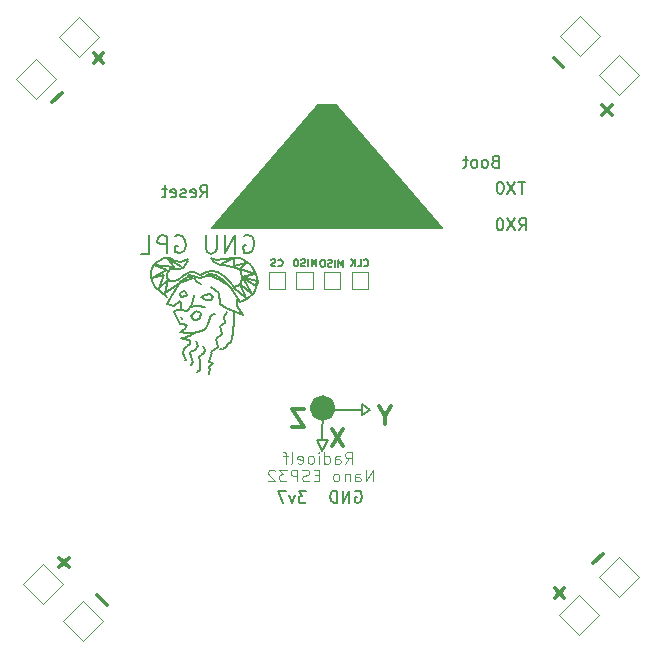
<source format=gbr>
%TF.GenerationSoftware,KiCad,Pcbnew,9.0.0-9.0.0-2~ubuntu22.04.1*%
%TF.CreationDate,2025-03-12T10:46:36+01:00*%
%TF.ProjectId,nano_drone,6e616e6f-5f64-4726-9f6e-652e6b696361,rev?*%
%TF.SameCoordinates,Original*%
%TF.FileFunction,Legend,Bot*%
%TF.FilePolarity,Positive*%
%FSLAX46Y46*%
G04 Gerber Fmt 4.6, Leading zero omitted, Abs format (unit mm)*
G04 Created by KiCad (PCBNEW 9.0.0-9.0.0-2~ubuntu22.04.1) date 2025-03-12 10:46:36*
%MOMM*%
%LPD*%
G01*
G04 APERTURE LIST*
%ADD10C,0.200000*%
%ADD11C,1.100000*%
%ADD12C,0.100000*%
%ADD13C,0.300000*%
%ADD14C,0.150000*%
%ADD15C,0.120000*%
G04 APERTURE END LIST*
D10*
X158570192Y-91885255D02*
X139070192Y-91885255D01*
X148070192Y-81485255D01*
X149570192Y-81485255D01*
X158570192Y-91885255D01*
G36*
X158570192Y-91885255D02*
G01*
X139070192Y-91885255D01*
X148070192Y-81485255D01*
X149570192Y-81485255D01*
X158570192Y-91885255D01*
G37*
X148394360Y-109816071D02*
X147954360Y-109816071D01*
D11*
X148994360Y-107106071D02*
G75*
G02*
X147894360Y-107106071I-550000J0D01*
G01*
X147894360Y-107106071D02*
G75*
G02*
X148994360Y-107106071I550000J0D01*
G01*
D10*
X148546860Y-107232321D02*
X151681860Y-107239821D01*
X151744360Y-107246071D02*
X151744360Y-107706071D01*
X152479360Y-107231071D02*
X151749360Y-106761071D01*
X148414360Y-109816071D02*
X148934360Y-109806071D01*
X151744360Y-106766071D02*
X151744360Y-107246071D01*
X148424360Y-109816071D02*
X148444360Y-107106071D01*
X148409360Y-110731071D02*
X148934360Y-109806071D01*
X151749360Y-107701071D02*
X152479360Y-107231071D01*
X147954360Y-109816071D02*
X148399360Y-110736071D01*
D12*
X152680475Y-113318490D02*
X152680475Y-112318490D01*
X152680475Y-112318490D02*
X152109047Y-113318490D01*
X152109047Y-113318490D02*
X152109047Y-112318490D01*
X151204285Y-113318490D02*
X151204285Y-112794680D01*
X151204285Y-112794680D02*
X151251904Y-112699442D01*
X151251904Y-112699442D02*
X151347142Y-112651823D01*
X151347142Y-112651823D02*
X151537618Y-112651823D01*
X151537618Y-112651823D02*
X151632856Y-112699442D01*
X151204285Y-113270871D02*
X151299523Y-113318490D01*
X151299523Y-113318490D02*
X151537618Y-113318490D01*
X151537618Y-113318490D02*
X151632856Y-113270871D01*
X151632856Y-113270871D02*
X151680475Y-113175632D01*
X151680475Y-113175632D02*
X151680475Y-113080394D01*
X151680475Y-113080394D02*
X151632856Y-112985156D01*
X151632856Y-112985156D02*
X151537618Y-112937537D01*
X151537618Y-112937537D02*
X151299523Y-112937537D01*
X151299523Y-112937537D02*
X151204285Y-112889918D01*
X150728094Y-112651823D02*
X150728094Y-113318490D01*
X150728094Y-112747061D02*
X150680475Y-112699442D01*
X150680475Y-112699442D02*
X150585237Y-112651823D01*
X150585237Y-112651823D02*
X150442380Y-112651823D01*
X150442380Y-112651823D02*
X150347142Y-112699442D01*
X150347142Y-112699442D02*
X150299523Y-112794680D01*
X150299523Y-112794680D02*
X150299523Y-113318490D01*
X149680475Y-113318490D02*
X149775713Y-113270871D01*
X149775713Y-113270871D02*
X149823332Y-113223251D01*
X149823332Y-113223251D02*
X149870951Y-113128013D01*
X149870951Y-113128013D02*
X149870951Y-112842299D01*
X149870951Y-112842299D02*
X149823332Y-112747061D01*
X149823332Y-112747061D02*
X149775713Y-112699442D01*
X149775713Y-112699442D02*
X149680475Y-112651823D01*
X149680475Y-112651823D02*
X149537618Y-112651823D01*
X149537618Y-112651823D02*
X149442380Y-112699442D01*
X149442380Y-112699442D02*
X149394761Y-112747061D01*
X149394761Y-112747061D02*
X149347142Y-112842299D01*
X149347142Y-112842299D02*
X149347142Y-113128013D01*
X149347142Y-113128013D02*
X149394761Y-113223251D01*
X149394761Y-113223251D02*
X149442380Y-113270871D01*
X149442380Y-113270871D02*
X149537618Y-113318490D01*
X149537618Y-113318490D02*
X149680475Y-113318490D01*
X148156665Y-112794680D02*
X147823332Y-112794680D01*
X147680475Y-113318490D02*
X148156665Y-113318490D01*
X148156665Y-113318490D02*
X148156665Y-112318490D01*
X148156665Y-112318490D02*
X147680475Y-112318490D01*
X147299522Y-113270871D02*
X147156665Y-113318490D01*
X147156665Y-113318490D02*
X146918570Y-113318490D01*
X146918570Y-113318490D02*
X146823332Y-113270871D01*
X146823332Y-113270871D02*
X146775713Y-113223251D01*
X146775713Y-113223251D02*
X146728094Y-113128013D01*
X146728094Y-113128013D02*
X146728094Y-113032775D01*
X146728094Y-113032775D02*
X146775713Y-112937537D01*
X146775713Y-112937537D02*
X146823332Y-112889918D01*
X146823332Y-112889918D02*
X146918570Y-112842299D01*
X146918570Y-112842299D02*
X147109046Y-112794680D01*
X147109046Y-112794680D02*
X147204284Y-112747061D01*
X147204284Y-112747061D02*
X147251903Y-112699442D01*
X147251903Y-112699442D02*
X147299522Y-112604204D01*
X147299522Y-112604204D02*
X147299522Y-112508966D01*
X147299522Y-112508966D02*
X147251903Y-112413728D01*
X147251903Y-112413728D02*
X147204284Y-112366109D01*
X147204284Y-112366109D02*
X147109046Y-112318490D01*
X147109046Y-112318490D02*
X146870951Y-112318490D01*
X146870951Y-112318490D02*
X146728094Y-112366109D01*
X146299522Y-113318490D02*
X146299522Y-112318490D01*
X146299522Y-112318490D02*
X145918570Y-112318490D01*
X145918570Y-112318490D02*
X145823332Y-112366109D01*
X145823332Y-112366109D02*
X145775713Y-112413728D01*
X145775713Y-112413728D02*
X145728094Y-112508966D01*
X145728094Y-112508966D02*
X145728094Y-112651823D01*
X145728094Y-112651823D02*
X145775713Y-112747061D01*
X145775713Y-112747061D02*
X145823332Y-112794680D01*
X145823332Y-112794680D02*
X145918570Y-112842299D01*
X145918570Y-112842299D02*
X146299522Y-112842299D01*
X145394760Y-112318490D02*
X144775713Y-112318490D01*
X144775713Y-112318490D02*
X145109046Y-112699442D01*
X145109046Y-112699442D02*
X144966189Y-112699442D01*
X144966189Y-112699442D02*
X144870951Y-112747061D01*
X144870951Y-112747061D02*
X144823332Y-112794680D01*
X144823332Y-112794680D02*
X144775713Y-112889918D01*
X144775713Y-112889918D02*
X144775713Y-113128013D01*
X144775713Y-113128013D02*
X144823332Y-113223251D01*
X144823332Y-113223251D02*
X144870951Y-113270871D01*
X144870951Y-113270871D02*
X144966189Y-113318490D01*
X144966189Y-113318490D02*
X145251903Y-113318490D01*
X145251903Y-113318490D02*
X145347141Y-113270871D01*
X145347141Y-113270871D02*
X145394760Y-113223251D01*
X144394760Y-112413728D02*
X144347141Y-112366109D01*
X144347141Y-112366109D02*
X144251903Y-112318490D01*
X144251903Y-112318490D02*
X144013808Y-112318490D01*
X144013808Y-112318490D02*
X143918570Y-112366109D01*
X143918570Y-112366109D02*
X143870951Y-112413728D01*
X143870951Y-112413728D02*
X143823332Y-112508966D01*
X143823332Y-112508966D02*
X143823332Y-112604204D01*
X143823332Y-112604204D02*
X143870951Y-112747061D01*
X143870951Y-112747061D02*
X144442379Y-113318490D01*
X144442379Y-113318490D02*
X143823332Y-113318490D01*
D13*
X146892706Y-107176899D02*
X145892706Y-107176899D01*
X145892706Y-107176899D02*
X146892706Y-108676899D01*
X146892706Y-108676899D02*
X145892706Y-108676899D01*
D12*
X150359047Y-111818490D02*
X150692380Y-111342299D01*
X150930475Y-111818490D02*
X150930475Y-110818490D01*
X150930475Y-110818490D02*
X150549523Y-110818490D01*
X150549523Y-110818490D02*
X150454285Y-110866109D01*
X150454285Y-110866109D02*
X150406666Y-110913728D01*
X150406666Y-110913728D02*
X150359047Y-111008966D01*
X150359047Y-111008966D02*
X150359047Y-111151823D01*
X150359047Y-111151823D02*
X150406666Y-111247061D01*
X150406666Y-111247061D02*
X150454285Y-111294680D01*
X150454285Y-111294680D02*
X150549523Y-111342299D01*
X150549523Y-111342299D02*
X150930475Y-111342299D01*
X149501904Y-111818490D02*
X149501904Y-111294680D01*
X149501904Y-111294680D02*
X149549523Y-111199442D01*
X149549523Y-111199442D02*
X149644761Y-111151823D01*
X149644761Y-111151823D02*
X149835237Y-111151823D01*
X149835237Y-111151823D02*
X149930475Y-111199442D01*
X149501904Y-111770871D02*
X149597142Y-111818490D01*
X149597142Y-111818490D02*
X149835237Y-111818490D01*
X149835237Y-111818490D02*
X149930475Y-111770871D01*
X149930475Y-111770871D02*
X149978094Y-111675632D01*
X149978094Y-111675632D02*
X149978094Y-111580394D01*
X149978094Y-111580394D02*
X149930475Y-111485156D01*
X149930475Y-111485156D02*
X149835237Y-111437537D01*
X149835237Y-111437537D02*
X149597142Y-111437537D01*
X149597142Y-111437537D02*
X149501904Y-111389918D01*
X148597142Y-111818490D02*
X148597142Y-110818490D01*
X148597142Y-111770871D02*
X148692380Y-111818490D01*
X148692380Y-111818490D02*
X148882856Y-111818490D01*
X148882856Y-111818490D02*
X148978094Y-111770871D01*
X148978094Y-111770871D02*
X149025713Y-111723251D01*
X149025713Y-111723251D02*
X149073332Y-111628013D01*
X149073332Y-111628013D02*
X149073332Y-111342299D01*
X149073332Y-111342299D02*
X149025713Y-111247061D01*
X149025713Y-111247061D02*
X148978094Y-111199442D01*
X148978094Y-111199442D02*
X148882856Y-111151823D01*
X148882856Y-111151823D02*
X148692380Y-111151823D01*
X148692380Y-111151823D02*
X148597142Y-111199442D01*
X148120951Y-111818490D02*
X148120951Y-111151823D01*
X148120951Y-110818490D02*
X148168570Y-110866109D01*
X148168570Y-110866109D02*
X148120951Y-110913728D01*
X148120951Y-110913728D02*
X148073332Y-110866109D01*
X148073332Y-110866109D02*
X148120951Y-110818490D01*
X148120951Y-110818490D02*
X148120951Y-110913728D01*
X147501904Y-111818490D02*
X147597142Y-111770871D01*
X147597142Y-111770871D02*
X147644761Y-111723251D01*
X147644761Y-111723251D02*
X147692380Y-111628013D01*
X147692380Y-111628013D02*
X147692380Y-111342299D01*
X147692380Y-111342299D02*
X147644761Y-111247061D01*
X147644761Y-111247061D02*
X147597142Y-111199442D01*
X147597142Y-111199442D02*
X147501904Y-111151823D01*
X147501904Y-111151823D02*
X147359047Y-111151823D01*
X147359047Y-111151823D02*
X147263809Y-111199442D01*
X147263809Y-111199442D02*
X147216190Y-111247061D01*
X147216190Y-111247061D02*
X147168571Y-111342299D01*
X147168571Y-111342299D02*
X147168571Y-111628013D01*
X147168571Y-111628013D02*
X147216190Y-111723251D01*
X147216190Y-111723251D02*
X147263809Y-111770871D01*
X147263809Y-111770871D02*
X147359047Y-111818490D01*
X147359047Y-111818490D02*
X147501904Y-111818490D01*
X146359047Y-111770871D02*
X146454285Y-111818490D01*
X146454285Y-111818490D02*
X146644761Y-111818490D01*
X146644761Y-111818490D02*
X146739999Y-111770871D01*
X146739999Y-111770871D02*
X146787618Y-111675632D01*
X146787618Y-111675632D02*
X146787618Y-111294680D01*
X146787618Y-111294680D02*
X146739999Y-111199442D01*
X146739999Y-111199442D02*
X146644761Y-111151823D01*
X146644761Y-111151823D02*
X146454285Y-111151823D01*
X146454285Y-111151823D02*
X146359047Y-111199442D01*
X146359047Y-111199442D02*
X146311428Y-111294680D01*
X146311428Y-111294680D02*
X146311428Y-111389918D01*
X146311428Y-111389918D02*
X146787618Y-111485156D01*
X145739999Y-111818490D02*
X145835237Y-111770871D01*
X145835237Y-111770871D02*
X145882856Y-111675632D01*
X145882856Y-111675632D02*
X145882856Y-110818490D01*
X145501903Y-111151823D02*
X145120951Y-111151823D01*
X145359046Y-111818490D02*
X145359046Y-110961347D01*
X145359046Y-110961347D02*
X145311427Y-110866109D01*
X145311427Y-110866109D02*
X145216189Y-110818490D01*
X145216189Y-110818490D02*
X145120951Y-110818490D01*
D14*
X147024835Y-114150890D02*
X146405788Y-114150890D01*
X146405788Y-114150890D02*
X146739121Y-114531842D01*
X146739121Y-114531842D02*
X146596264Y-114531842D01*
X146596264Y-114531842D02*
X146501026Y-114579461D01*
X146501026Y-114579461D02*
X146453407Y-114627080D01*
X146453407Y-114627080D02*
X146405788Y-114722318D01*
X146405788Y-114722318D02*
X146405788Y-114960413D01*
X146405788Y-114960413D02*
X146453407Y-115055651D01*
X146453407Y-115055651D02*
X146501026Y-115103271D01*
X146501026Y-115103271D02*
X146596264Y-115150890D01*
X146596264Y-115150890D02*
X146881978Y-115150890D01*
X146881978Y-115150890D02*
X146977216Y-115103271D01*
X146977216Y-115103271D02*
X147024835Y-115055651D01*
X146072454Y-114484223D02*
X145834359Y-115150890D01*
X145834359Y-115150890D02*
X145596264Y-114484223D01*
X145310549Y-114150890D02*
X144643883Y-114150890D01*
X144643883Y-114150890D02*
X145072454Y-115150890D01*
X165572454Y-87950890D02*
X165001026Y-87950890D01*
X165286740Y-88950890D02*
X165286740Y-87950890D01*
X164762930Y-87950890D02*
X164096264Y-88950890D01*
X164096264Y-87950890D02*
X164762930Y-88950890D01*
X163524835Y-87950890D02*
X163429597Y-87950890D01*
X163429597Y-87950890D02*
X163334359Y-87998509D01*
X163334359Y-87998509D02*
X163286740Y-88046128D01*
X163286740Y-88046128D02*
X163239121Y-88141366D01*
X163239121Y-88141366D02*
X163191502Y-88331842D01*
X163191502Y-88331842D02*
X163191502Y-88569937D01*
X163191502Y-88569937D02*
X163239121Y-88760413D01*
X163239121Y-88760413D02*
X163286740Y-88855651D01*
X163286740Y-88855651D02*
X163334359Y-88903271D01*
X163334359Y-88903271D02*
X163429597Y-88950890D01*
X163429597Y-88950890D02*
X163524835Y-88950890D01*
X163524835Y-88950890D02*
X163620073Y-88903271D01*
X163620073Y-88903271D02*
X163667692Y-88855651D01*
X163667692Y-88855651D02*
X163715311Y-88760413D01*
X163715311Y-88760413D02*
X163762930Y-88569937D01*
X163762930Y-88569937D02*
X163762930Y-88331842D01*
X163762930Y-88331842D02*
X163715311Y-88141366D01*
X163715311Y-88141366D02*
X163667692Y-88046128D01*
X163667692Y-88046128D02*
X163620073Y-87998509D01*
X163620073Y-87998509D02*
X163524835Y-87950890D01*
D13*
X150212706Y-108846899D02*
X149212706Y-110346899D01*
X149212706Y-108846899D02*
X150212706Y-110346899D01*
X172947365Y-81443272D02*
X172139243Y-82251394D01*
X172947365Y-82251394D02*
X172139243Y-81443272D01*
X168031561Y-77433065D02*
X168839683Y-78241187D01*
X129872365Y-77043272D02*
X129064243Y-77851394D01*
X129872365Y-77851394D02*
X129064243Y-77043272D01*
X126347365Y-80418272D02*
X125539243Y-81226394D01*
X129381561Y-122933065D02*
X130189683Y-123741187D01*
X153734134Y-107732613D02*
X153734134Y-108446899D01*
X154234134Y-106946899D02*
X153734134Y-107732613D01*
X153734134Y-107732613D02*
X153234134Y-106946899D01*
X168897365Y-122368272D02*
X168089243Y-123176394D01*
X168897365Y-123176394D02*
X168089243Y-122368272D01*
D14*
X165077217Y-92050890D02*
X165410550Y-91574699D01*
X165648645Y-92050890D02*
X165648645Y-91050890D01*
X165648645Y-91050890D02*
X165267693Y-91050890D01*
X165267693Y-91050890D02*
X165172455Y-91098509D01*
X165172455Y-91098509D02*
X165124836Y-91146128D01*
X165124836Y-91146128D02*
X165077217Y-91241366D01*
X165077217Y-91241366D02*
X165077217Y-91384223D01*
X165077217Y-91384223D02*
X165124836Y-91479461D01*
X165124836Y-91479461D02*
X165172455Y-91527080D01*
X165172455Y-91527080D02*
X165267693Y-91574699D01*
X165267693Y-91574699D02*
X165648645Y-91574699D01*
X164743883Y-91050890D02*
X164077217Y-92050890D01*
X164077217Y-91050890D02*
X164743883Y-92050890D01*
X163505788Y-91050890D02*
X163410550Y-91050890D01*
X163410550Y-91050890D02*
X163315312Y-91098509D01*
X163315312Y-91098509D02*
X163267693Y-91146128D01*
X163267693Y-91146128D02*
X163220074Y-91241366D01*
X163220074Y-91241366D02*
X163172455Y-91431842D01*
X163172455Y-91431842D02*
X163172455Y-91669937D01*
X163172455Y-91669937D02*
X163220074Y-91860413D01*
X163220074Y-91860413D02*
X163267693Y-91955651D01*
X163267693Y-91955651D02*
X163315312Y-92003271D01*
X163315312Y-92003271D02*
X163410550Y-92050890D01*
X163410550Y-92050890D02*
X163505788Y-92050890D01*
X163505788Y-92050890D02*
X163601026Y-92003271D01*
X163601026Y-92003271D02*
X163648645Y-91955651D01*
X163648645Y-91955651D02*
X163696264Y-91860413D01*
X163696264Y-91860413D02*
X163743883Y-91669937D01*
X163743883Y-91669937D02*
X163743883Y-91431842D01*
X163743883Y-91431842D02*
X163696264Y-91241366D01*
X163696264Y-91241366D02*
X163648645Y-91146128D01*
X163648645Y-91146128D02*
X163601026Y-91098509D01*
X163601026Y-91098509D02*
X163505788Y-91050890D01*
X163053407Y-86227080D02*
X162910550Y-86274699D01*
X162910550Y-86274699D02*
X162862931Y-86322318D01*
X162862931Y-86322318D02*
X162815312Y-86417556D01*
X162815312Y-86417556D02*
X162815312Y-86560413D01*
X162815312Y-86560413D02*
X162862931Y-86655651D01*
X162862931Y-86655651D02*
X162910550Y-86703271D01*
X162910550Y-86703271D02*
X163005788Y-86750890D01*
X163005788Y-86750890D02*
X163386740Y-86750890D01*
X163386740Y-86750890D02*
X163386740Y-85750890D01*
X163386740Y-85750890D02*
X163053407Y-85750890D01*
X163053407Y-85750890D02*
X162958169Y-85798509D01*
X162958169Y-85798509D02*
X162910550Y-85846128D01*
X162910550Y-85846128D02*
X162862931Y-85941366D01*
X162862931Y-85941366D02*
X162862931Y-86036604D01*
X162862931Y-86036604D02*
X162910550Y-86131842D01*
X162910550Y-86131842D02*
X162958169Y-86179461D01*
X162958169Y-86179461D02*
X163053407Y-86227080D01*
X163053407Y-86227080D02*
X163386740Y-86227080D01*
X162243883Y-86750890D02*
X162339121Y-86703271D01*
X162339121Y-86703271D02*
X162386740Y-86655651D01*
X162386740Y-86655651D02*
X162434359Y-86560413D01*
X162434359Y-86560413D02*
X162434359Y-86274699D01*
X162434359Y-86274699D02*
X162386740Y-86179461D01*
X162386740Y-86179461D02*
X162339121Y-86131842D01*
X162339121Y-86131842D02*
X162243883Y-86084223D01*
X162243883Y-86084223D02*
X162101026Y-86084223D01*
X162101026Y-86084223D02*
X162005788Y-86131842D01*
X162005788Y-86131842D02*
X161958169Y-86179461D01*
X161958169Y-86179461D02*
X161910550Y-86274699D01*
X161910550Y-86274699D02*
X161910550Y-86560413D01*
X161910550Y-86560413D02*
X161958169Y-86655651D01*
X161958169Y-86655651D02*
X162005788Y-86703271D01*
X162005788Y-86703271D02*
X162101026Y-86750890D01*
X162101026Y-86750890D02*
X162243883Y-86750890D01*
X161339121Y-86750890D02*
X161434359Y-86703271D01*
X161434359Y-86703271D02*
X161481978Y-86655651D01*
X161481978Y-86655651D02*
X161529597Y-86560413D01*
X161529597Y-86560413D02*
X161529597Y-86274699D01*
X161529597Y-86274699D02*
X161481978Y-86179461D01*
X161481978Y-86179461D02*
X161434359Y-86131842D01*
X161434359Y-86131842D02*
X161339121Y-86084223D01*
X161339121Y-86084223D02*
X161196264Y-86084223D01*
X161196264Y-86084223D02*
X161101026Y-86131842D01*
X161101026Y-86131842D02*
X161053407Y-86179461D01*
X161053407Y-86179461D02*
X161005788Y-86274699D01*
X161005788Y-86274699D02*
X161005788Y-86560413D01*
X161005788Y-86560413D02*
X161053407Y-86655651D01*
X161053407Y-86655651D02*
X161101026Y-86703271D01*
X161101026Y-86703271D02*
X161196264Y-86750890D01*
X161196264Y-86750890D02*
X161339121Y-86750890D01*
X160720073Y-86084223D02*
X160339121Y-86084223D01*
X160577216Y-85750890D02*
X160577216Y-86608032D01*
X160577216Y-86608032D02*
X160529597Y-86703271D01*
X160529597Y-86703271D02*
X160434359Y-86750890D01*
X160434359Y-86750890D02*
X160339121Y-86750890D01*
D13*
X172147365Y-119443272D02*
X171339243Y-120251394D01*
D14*
X151196264Y-114148509D02*
X151291502Y-114100890D01*
X151291502Y-114100890D02*
X151434359Y-114100890D01*
X151434359Y-114100890D02*
X151577216Y-114148509D01*
X151577216Y-114148509D02*
X151672454Y-114243747D01*
X151672454Y-114243747D02*
X151720073Y-114338985D01*
X151720073Y-114338985D02*
X151767692Y-114529461D01*
X151767692Y-114529461D02*
X151767692Y-114672318D01*
X151767692Y-114672318D02*
X151720073Y-114862794D01*
X151720073Y-114862794D02*
X151672454Y-114958032D01*
X151672454Y-114958032D02*
X151577216Y-115053271D01*
X151577216Y-115053271D02*
X151434359Y-115100890D01*
X151434359Y-115100890D02*
X151339121Y-115100890D01*
X151339121Y-115100890D02*
X151196264Y-115053271D01*
X151196264Y-115053271D02*
X151148645Y-115005651D01*
X151148645Y-115005651D02*
X151148645Y-114672318D01*
X151148645Y-114672318D02*
X151339121Y-114672318D01*
X150720073Y-115100890D02*
X150720073Y-114100890D01*
X150720073Y-114100890D02*
X150148645Y-115100890D01*
X150148645Y-115100890D02*
X150148645Y-114100890D01*
X149672454Y-115100890D02*
X149672454Y-114100890D01*
X149672454Y-114100890D02*
X149434359Y-114100890D01*
X149434359Y-114100890D02*
X149291502Y-114148509D01*
X149291502Y-114148509D02*
X149196264Y-114243747D01*
X149196264Y-114243747D02*
X149148645Y-114338985D01*
X149148645Y-114338985D02*
X149101026Y-114529461D01*
X149101026Y-114529461D02*
X149101026Y-114672318D01*
X149101026Y-114672318D02*
X149148645Y-114862794D01*
X149148645Y-114862794D02*
X149196264Y-114958032D01*
X149196264Y-114958032D02*
X149291502Y-115053271D01*
X149291502Y-115053271D02*
X149434359Y-115100890D01*
X149434359Y-115100890D02*
X149672454Y-115100890D01*
D13*
X126972365Y-119793272D02*
X126164243Y-120601394D01*
X126972365Y-120601394D02*
X126164243Y-119793272D01*
D14*
X138076133Y-89251212D02*
X138409466Y-88775021D01*
X138647561Y-89251212D02*
X138647561Y-88251212D01*
X138647561Y-88251212D02*
X138266609Y-88251212D01*
X138266609Y-88251212D02*
X138171371Y-88298831D01*
X138171371Y-88298831D02*
X138123752Y-88346450D01*
X138123752Y-88346450D02*
X138076133Y-88441688D01*
X138076133Y-88441688D02*
X138076133Y-88584545D01*
X138076133Y-88584545D02*
X138123752Y-88679783D01*
X138123752Y-88679783D02*
X138171371Y-88727402D01*
X138171371Y-88727402D02*
X138266609Y-88775021D01*
X138266609Y-88775021D02*
X138647561Y-88775021D01*
X137266609Y-89203593D02*
X137361847Y-89251212D01*
X137361847Y-89251212D02*
X137552323Y-89251212D01*
X137552323Y-89251212D02*
X137647561Y-89203593D01*
X137647561Y-89203593D02*
X137695180Y-89108354D01*
X137695180Y-89108354D02*
X137695180Y-88727402D01*
X137695180Y-88727402D02*
X137647561Y-88632164D01*
X137647561Y-88632164D02*
X137552323Y-88584545D01*
X137552323Y-88584545D02*
X137361847Y-88584545D01*
X137361847Y-88584545D02*
X137266609Y-88632164D01*
X137266609Y-88632164D02*
X137218990Y-88727402D01*
X137218990Y-88727402D02*
X137218990Y-88822640D01*
X137218990Y-88822640D02*
X137695180Y-88917878D01*
X136838037Y-89203593D02*
X136742799Y-89251212D01*
X136742799Y-89251212D02*
X136552323Y-89251212D01*
X136552323Y-89251212D02*
X136457085Y-89203593D01*
X136457085Y-89203593D02*
X136409466Y-89108354D01*
X136409466Y-89108354D02*
X136409466Y-89060735D01*
X136409466Y-89060735D02*
X136457085Y-88965497D01*
X136457085Y-88965497D02*
X136552323Y-88917878D01*
X136552323Y-88917878D02*
X136695180Y-88917878D01*
X136695180Y-88917878D02*
X136790418Y-88870259D01*
X136790418Y-88870259D02*
X136838037Y-88775021D01*
X136838037Y-88775021D02*
X136838037Y-88727402D01*
X136838037Y-88727402D02*
X136790418Y-88632164D01*
X136790418Y-88632164D02*
X136695180Y-88584545D01*
X136695180Y-88584545D02*
X136552323Y-88584545D01*
X136552323Y-88584545D02*
X136457085Y-88632164D01*
X135599942Y-89203593D02*
X135695180Y-89251212D01*
X135695180Y-89251212D02*
X135885656Y-89251212D01*
X135885656Y-89251212D02*
X135980894Y-89203593D01*
X135980894Y-89203593D02*
X136028513Y-89108354D01*
X136028513Y-89108354D02*
X136028513Y-88727402D01*
X136028513Y-88727402D02*
X135980894Y-88632164D01*
X135980894Y-88632164D02*
X135885656Y-88584545D01*
X135885656Y-88584545D02*
X135695180Y-88584545D01*
X135695180Y-88584545D02*
X135599942Y-88632164D01*
X135599942Y-88632164D02*
X135552323Y-88727402D01*
X135552323Y-88727402D02*
X135552323Y-88822640D01*
X135552323Y-88822640D02*
X136028513Y-88917878D01*
X135266608Y-88584545D02*
X134885656Y-88584545D01*
X135123751Y-88251212D02*
X135123751Y-89108354D01*
X135123751Y-89108354D02*
X135076132Y-89203593D01*
X135076132Y-89203593D02*
X134980894Y-89251212D01*
X134980894Y-89251212D02*
X134885656Y-89251212D01*
X147912216Y-95110842D02*
X147912216Y-94510842D01*
X147912216Y-94510842D02*
X147712216Y-94939413D01*
X147712216Y-94939413D02*
X147512216Y-94510842D01*
X147512216Y-94510842D02*
X147512216Y-95110842D01*
X147226502Y-95110842D02*
X147226502Y-94510842D01*
X146969360Y-95082271D02*
X146883646Y-95110842D01*
X146883646Y-95110842D02*
X146740788Y-95110842D01*
X146740788Y-95110842D02*
X146683646Y-95082271D01*
X146683646Y-95082271D02*
X146655074Y-95053699D01*
X146655074Y-95053699D02*
X146626503Y-94996556D01*
X146626503Y-94996556D02*
X146626503Y-94939413D01*
X146626503Y-94939413D02*
X146655074Y-94882271D01*
X146655074Y-94882271D02*
X146683646Y-94853699D01*
X146683646Y-94853699D02*
X146740788Y-94825128D01*
X146740788Y-94825128D02*
X146855074Y-94796556D01*
X146855074Y-94796556D02*
X146912217Y-94767985D01*
X146912217Y-94767985D02*
X146940788Y-94739413D01*
X146940788Y-94739413D02*
X146969360Y-94682271D01*
X146969360Y-94682271D02*
X146969360Y-94625128D01*
X146969360Y-94625128D02*
X146940788Y-94567985D01*
X146940788Y-94567985D02*
X146912217Y-94539413D01*
X146912217Y-94539413D02*
X146855074Y-94510842D01*
X146855074Y-94510842D02*
X146712217Y-94510842D01*
X146712217Y-94510842D02*
X146626503Y-94539413D01*
X146255074Y-94510842D02*
X146140788Y-94510842D01*
X146140788Y-94510842D02*
X146083645Y-94539413D01*
X146083645Y-94539413D02*
X146026502Y-94596556D01*
X146026502Y-94596556D02*
X145997931Y-94710842D01*
X145997931Y-94710842D02*
X145997931Y-94910842D01*
X145997931Y-94910842D02*
X146026502Y-95025128D01*
X146026502Y-95025128D02*
X146083645Y-95082271D01*
X146083645Y-95082271D02*
X146140788Y-95110842D01*
X146140788Y-95110842D02*
X146255074Y-95110842D01*
X146255074Y-95110842D02*
X146312217Y-95082271D01*
X146312217Y-95082271D02*
X146369359Y-95025128D01*
X146369359Y-95025128D02*
X146397931Y-94910842D01*
X146397931Y-94910842D02*
X146397931Y-94710842D01*
X146397931Y-94710842D02*
X146369359Y-94596556D01*
X146369359Y-94596556D02*
X146312217Y-94539413D01*
X146312217Y-94539413D02*
X146255074Y-94510842D01*
X150167216Y-95125842D02*
X150167216Y-94525842D01*
X150167216Y-94525842D02*
X149967216Y-94954413D01*
X149967216Y-94954413D02*
X149767216Y-94525842D01*
X149767216Y-94525842D02*
X149767216Y-95125842D01*
X149481502Y-95125842D02*
X149481502Y-94525842D01*
X149224360Y-95097271D02*
X149138646Y-95125842D01*
X149138646Y-95125842D02*
X148995788Y-95125842D01*
X148995788Y-95125842D02*
X148938646Y-95097271D01*
X148938646Y-95097271D02*
X148910074Y-95068699D01*
X148910074Y-95068699D02*
X148881503Y-95011556D01*
X148881503Y-95011556D02*
X148881503Y-94954413D01*
X148881503Y-94954413D02*
X148910074Y-94897271D01*
X148910074Y-94897271D02*
X148938646Y-94868699D01*
X148938646Y-94868699D02*
X148995788Y-94840128D01*
X148995788Y-94840128D02*
X149110074Y-94811556D01*
X149110074Y-94811556D02*
X149167217Y-94782985D01*
X149167217Y-94782985D02*
X149195788Y-94754413D01*
X149195788Y-94754413D02*
X149224360Y-94697271D01*
X149224360Y-94697271D02*
X149224360Y-94640128D01*
X149224360Y-94640128D02*
X149195788Y-94582985D01*
X149195788Y-94582985D02*
X149167217Y-94554413D01*
X149167217Y-94554413D02*
X149110074Y-94525842D01*
X149110074Y-94525842D02*
X148967217Y-94525842D01*
X148967217Y-94525842D02*
X148881503Y-94554413D01*
X148510074Y-94525842D02*
X148395788Y-94525842D01*
X148395788Y-94525842D02*
X148338645Y-94554413D01*
X148338645Y-94554413D02*
X148281502Y-94611556D01*
X148281502Y-94611556D02*
X148252931Y-94725842D01*
X148252931Y-94725842D02*
X148252931Y-94925842D01*
X148252931Y-94925842D02*
X148281502Y-95040128D01*
X148281502Y-95040128D02*
X148338645Y-95097271D01*
X148338645Y-95097271D02*
X148395788Y-95125842D01*
X148395788Y-95125842D02*
X148510074Y-95125842D01*
X148510074Y-95125842D02*
X148567217Y-95097271D01*
X148567217Y-95097271D02*
X148624359Y-95040128D01*
X148624359Y-95040128D02*
X148652931Y-94925842D01*
X148652931Y-94925842D02*
X148652931Y-94725842D01*
X148652931Y-94725842D02*
X148624359Y-94611556D01*
X148624359Y-94611556D02*
X148567217Y-94554413D01*
X148567217Y-94554413D02*
X148510074Y-94525842D01*
X144684359Y-95058699D02*
X144712931Y-95087271D01*
X144712931Y-95087271D02*
X144798645Y-95115842D01*
X144798645Y-95115842D02*
X144855788Y-95115842D01*
X144855788Y-95115842D02*
X144941502Y-95087271D01*
X144941502Y-95087271D02*
X144998645Y-95030128D01*
X144998645Y-95030128D02*
X145027216Y-94972985D01*
X145027216Y-94972985D02*
X145055788Y-94858699D01*
X145055788Y-94858699D02*
X145055788Y-94772985D01*
X145055788Y-94772985D02*
X145027216Y-94658699D01*
X145027216Y-94658699D02*
X144998645Y-94601556D01*
X144998645Y-94601556D02*
X144941502Y-94544413D01*
X144941502Y-94544413D02*
X144855788Y-94515842D01*
X144855788Y-94515842D02*
X144798645Y-94515842D01*
X144798645Y-94515842D02*
X144712931Y-94544413D01*
X144712931Y-94544413D02*
X144684359Y-94572985D01*
X144455788Y-95087271D02*
X144370074Y-95115842D01*
X144370074Y-95115842D02*
X144227216Y-95115842D01*
X144227216Y-95115842D02*
X144170074Y-95087271D01*
X144170074Y-95087271D02*
X144141502Y-95058699D01*
X144141502Y-95058699D02*
X144112931Y-95001556D01*
X144112931Y-95001556D02*
X144112931Y-94944413D01*
X144112931Y-94944413D02*
X144141502Y-94887271D01*
X144141502Y-94887271D02*
X144170074Y-94858699D01*
X144170074Y-94858699D02*
X144227216Y-94830128D01*
X144227216Y-94830128D02*
X144341502Y-94801556D01*
X144341502Y-94801556D02*
X144398645Y-94772985D01*
X144398645Y-94772985D02*
X144427216Y-94744413D01*
X144427216Y-94744413D02*
X144455788Y-94687271D01*
X144455788Y-94687271D02*
X144455788Y-94630128D01*
X144455788Y-94630128D02*
X144427216Y-94572985D01*
X144427216Y-94572985D02*
X144398645Y-94544413D01*
X144398645Y-94544413D02*
X144341502Y-94515842D01*
X144341502Y-94515842D02*
X144198645Y-94515842D01*
X144198645Y-94515842D02*
X144112931Y-94544413D01*
X151951502Y-95058699D02*
X151980074Y-95087271D01*
X151980074Y-95087271D02*
X152065788Y-95115842D01*
X152065788Y-95115842D02*
X152122931Y-95115842D01*
X152122931Y-95115842D02*
X152208645Y-95087271D01*
X152208645Y-95087271D02*
X152265788Y-95030128D01*
X152265788Y-95030128D02*
X152294359Y-94972985D01*
X152294359Y-94972985D02*
X152322931Y-94858699D01*
X152322931Y-94858699D02*
X152322931Y-94772985D01*
X152322931Y-94772985D02*
X152294359Y-94658699D01*
X152294359Y-94658699D02*
X152265788Y-94601556D01*
X152265788Y-94601556D02*
X152208645Y-94544413D01*
X152208645Y-94544413D02*
X152122931Y-94515842D01*
X152122931Y-94515842D02*
X152065788Y-94515842D01*
X152065788Y-94515842D02*
X151980074Y-94544413D01*
X151980074Y-94544413D02*
X151951502Y-94572985D01*
X151408645Y-95115842D02*
X151694359Y-95115842D01*
X151694359Y-95115842D02*
X151694359Y-94515842D01*
X151208645Y-95115842D02*
X151208645Y-94515842D01*
X150865788Y-95115842D02*
X151122931Y-94772985D01*
X150865788Y-94515842D02*
X151208645Y-94858699D01*
D15*
%TO.C,TP8*%
X122512304Y-79221071D02*
X124209360Y-77524015D01*
X124209360Y-77524015D02*
X125906416Y-79221071D01*
X124209360Y-80918127D02*
X122512304Y-79221071D01*
X125906416Y-79221071D02*
X124209360Y-80918127D01*
%TO.C,TP11*%
X126440982Y-125096393D02*
X128138038Y-123399337D01*
X128138038Y-123399337D02*
X129835094Y-125096393D01*
X128138038Y-126793449D02*
X126440982Y-125096393D01*
X129835094Y-125096393D02*
X128138038Y-126793449D01*
%TO.C,TP14*%
X123062304Y-121971071D02*
X124759360Y-120274015D01*
X124759360Y-120274015D02*
X126456416Y-121971071D01*
X124759360Y-123668127D02*
X123062304Y-121971071D01*
X126456416Y-121971071D02*
X124759360Y-123668127D01*
%TO.C,TP9*%
X168540980Y-75596393D02*
X170238038Y-73899335D01*
X170238038Y-73899335D02*
X171935096Y-75596393D01*
X170238038Y-77293451D02*
X168540980Y-75596393D01*
X171935096Y-75596393D02*
X170238038Y-77293451D01*
%TO.C,REF\u002A\u002A*%
X146194360Y-95616071D02*
X147594360Y-95616071D01*
X146194360Y-97016071D02*
X146194360Y-95616071D01*
X147594360Y-95616071D02*
X147594360Y-97016071D01*
X147594360Y-97016071D02*
X146194360Y-97016071D01*
X148524360Y-95606071D02*
X149924360Y-95606071D01*
X148524360Y-97006071D02*
X148524360Y-95606071D01*
X149924360Y-95606071D02*
X149924360Y-97006071D01*
X149924360Y-97006071D02*
X148524360Y-97006071D01*
%TO.C,TP7*%
X126087304Y-75696071D02*
X127784360Y-73999015D01*
X127784360Y-73999015D02*
X129481416Y-75696071D01*
X127784360Y-77393127D02*
X126087304Y-75696071D01*
X129481416Y-75696071D02*
X127784360Y-77393127D01*
%TO.C,REF\u002A\u002A*%
X143884360Y-95596071D02*
X145284360Y-95596071D01*
X143884360Y-96996071D02*
X143884360Y-95596071D01*
X145284360Y-95596071D02*
X145284360Y-96996071D01*
X145284360Y-96996071D02*
X143884360Y-96996071D01*
D14*
X133034120Y-94020751D02*
X133735160Y-94020751D01*
X133735160Y-94020751D02*
X133735160Y-92420551D01*
X133935380Y-95471291D02*
X134136040Y-94920111D01*
X133935380Y-95920871D02*
X133935380Y-95471291D01*
X134034440Y-96121531D02*
X135035200Y-95870071D01*
X134034440Y-96319651D02*
X133935380Y-95920871D01*
X134136040Y-94920111D02*
X134585620Y-94620391D01*
X134136040Y-94970911D02*
X135284120Y-95420491D01*
X134285900Y-96870831D02*
X134034440Y-96319651D01*
X134385400Y-93070791D02*
X134484460Y-92669471D01*
X134484460Y-92669471D02*
X134733380Y-92471351D01*
X134585620Y-94620391D02*
X135035200Y-94371471D01*
X134585620Y-96969891D02*
X135334920Y-96271391D01*
X134685120Y-93220651D02*
X134385400Y-93070791D01*
X134733380Y-92471351D02*
X135284560Y-92519611D01*
X134735480Y-97269611D02*
X134285900Y-96870831D01*
X135035200Y-94371471D02*
X135484780Y-94419731D01*
X135035200Y-95870071D02*
X134585620Y-96969891D01*
X135086000Y-97371211D02*
X136383940Y-96520311D01*
X135185500Y-93169851D02*
X134685120Y-93220651D01*
X135235860Y-96070731D02*
X135284120Y-95771011D01*
X135284120Y-95420491D02*
X134034440Y-96121531D01*
X135284120Y-95771011D02*
X135484780Y-95369691D01*
X135284120Y-97670931D02*
X134735480Y-97269611D01*
X135284120Y-98321171D02*
X135583840Y-97670931D01*
X135284560Y-92519611D02*
X135284560Y-93969951D01*
X135334920Y-96271391D02*
X135086000Y-97371211D01*
X135385720Y-94470531D02*
X135883560Y-95171571D01*
X135484780Y-94419731D02*
X135985160Y-94671191D01*
X135484780Y-95369691D02*
X135835300Y-95321431D01*
X135535580Y-96319651D02*
X135235860Y-96070731D01*
X135583840Y-97670931D02*
X136284880Y-96571111D01*
X135835300Y-95321431D02*
X136284880Y-95321431D01*
X135835300Y-96370451D02*
X135535580Y-96319651D01*
X135883560Y-95171571D02*
X134136040Y-94970911D01*
X135883560Y-98420231D02*
X135284120Y-98321171D01*
X135883560Y-98971411D02*
X136035960Y-98821551D01*
X135934800Y-93370511D02*
X135934800Y-93870891D01*
X135934800Y-93870891D02*
X136384380Y-93969951D01*
X135985160Y-94671191D02*
X136434740Y-94770251D01*
X136035960Y-98821551D02*
X136434740Y-98821551D01*
X136185820Y-96220591D02*
X135835300Y-96370451D01*
X136234520Y-92471351D02*
X135985600Y-92570411D01*
X136234520Y-93370511D02*
X135934800Y-93370511D01*
X136284880Y-95321431D02*
X136635400Y-95219831D01*
X136284880Y-96571111D02*
X136485540Y-96319651D01*
X136335680Y-97470271D02*
X136434740Y-97269611D01*
X136335680Y-98021451D02*
X135883560Y-98420231D01*
X136383940Y-96520311D02*
X136785260Y-96319651D01*
X136383940Y-98821551D02*
X136584600Y-98821551D01*
X136383940Y-99969631D02*
X135883560Y-98971411D01*
X136384380Y-93969951D02*
X136734900Y-93820091D01*
X136434740Y-94770251D02*
X137034180Y-94521331D01*
X136434740Y-97269611D02*
X136836060Y-97170551D01*
X136434740Y-97721731D02*
X136335680Y-97470271D01*
X136434740Y-100619871D02*
X136785260Y-100421751D01*
X136434740Y-101171051D02*
X136683660Y-101171051D01*
X136485540Y-96319651D02*
X137084980Y-96019931D01*
X136485540Y-98770751D02*
X136434740Y-98120511D01*
X136533800Y-95171571D02*
X135385720Y-94470531D01*
X136533800Y-99520051D02*
X136434740Y-99370191D01*
X136533800Y-99969631D02*
X136383940Y-99969631D01*
X136534240Y-92519611D02*
X136234520Y-92471351D01*
X136584600Y-98821551D02*
X136785260Y-98920611D01*
X136635400Y-95219831D02*
X137084980Y-94620391D01*
X136635400Y-95920871D02*
X136185820Y-96220591D01*
X136635400Y-101219311D02*
X136434740Y-101171051D01*
X136635400Y-102420731D02*
X136734460Y-102070211D01*
X136683660Y-101171051D02*
X136935120Y-101069451D01*
X136734460Y-102070211D02*
X136985920Y-101869551D01*
X136734460Y-102720451D02*
X136635400Y-102420731D01*
X136734900Y-93820091D02*
X136884760Y-93370511D01*
X136785260Y-96319651D02*
X137435500Y-96121531D01*
X136785260Y-98920611D02*
X136935120Y-98920611D01*
X136785260Y-100421751D02*
X136935120Y-100071231D01*
X136833960Y-92870131D02*
X136534240Y-92519611D01*
X136836060Y-97170551D02*
X136985920Y-97521071D01*
X136836060Y-103020171D02*
X136884320Y-103020171D01*
X136884320Y-95720211D02*
X136635400Y-95920871D01*
X136884320Y-97620131D02*
X136434740Y-97721731D01*
X136884320Y-103020171D02*
X136734460Y-102720451D01*
X136884760Y-93370511D02*
X136833960Y-92870131D01*
X136935120Y-98920611D02*
X137084980Y-98770751D01*
X136935120Y-100071231D02*
X136533800Y-99969631D01*
X136935120Y-101021191D02*
X137184040Y-101021191D01*
X136985920Y-100769731D02*
X136383940Y-100670671D01*
X136985920Y-101869551D02*
X137184040Y-101671431D01*
X137084980Y-95870071D02*
X137333900Y-95819271D01*
X137084980Y-96019931D02*
X137534560Y-95920871D01*
X137084980Y-98770751D02*
X137184040Y-98620891D01*
X137184040Y-95570351D02*
X136884320Y-95720211D01*
X137184040Y-101021191D02*
X137585360Y-100769731D01*
X137184040Y-101320911D02*
X136635400Y-101219311D01*
X137184040Y-101671431D02*
X137234840Y-101470771D01*
X137234840Y-98570091D02*
X137333900Y-98420231D01*
X137234840Y-101470771D02*
X137184040Y-101320911D01*
X137234840Y-102369931D02*
X137633620Y-102169271D01*
X137285640Y-99271131D02*
X137435500Y-99520051D01*
X137285640Y-102819511D02*
X137234840Y-102369931D01*
X137285640Y-103469751D02*
X137435500Y-103220831D01*
X137333900Y-98420231D02*
X137483760Y-98021451D01*
X137435500Y-99520051D02*
X137534560Y-99621651D01*
X137435500Y-100721471D02*
X136985920Y-100769731D01*
X137435500Y-103220831D02*
X137285640Y-102819511D01*
X137483760Y-98021451D02*
X137534560Y-97569331D01*
X137534560Y-95920871D02*
X137984140Y-96070731D01*
X137534560Y-96070731D02*
X137786020Y-96421251D01*
X137534560Y-99621651D02*
X137834280Y-99621651D01*
X137585360Y-95570351D02*
X137184040Y-95570351D01*
X137633620Y-98420231D02*
X137333900Y-98570091D01*
X137633620Y-102169271D02*
X137935880Y-101869551D01*
X137735220Y-98920611D02*
X137285640Y-99271131D01*
X137786020Y-96421251D02*
X138184800Y-96571111D01*
X137834280Y-99621651D02*
X138085740Y-99469251D01*
X137834280Y-104071731D02*
X138034940Y-103871071D01*
X137935880Y-98420231D02*
X137633620Y-98420231D01*
X137935880Y-100670671D02*
X137435500Y-100721471D01*
X137935880Y-101869551D02*
X137735220Y-101419971D01*
X137984140Y-96070731D02*
X138385460Y-95971671D01*
X137984140Y-102819511D02*
X138134000Y-102621391D01*
X138034940Y-103121771D02*
X137984140Y-102819511D01*
X138034940Y-103871071D02*
X138085740Y-103319891D01*
X138085740Y-95819271D02*
X137585360Y-95570351D01*
X138085740Y-98420231D02*
X137935880Y-98420231D01*
X138085740Y-99469251D02*
X138134000Y-99070471D01*
X138085740Y-103319891D02*
X138034940Y-103121771D01*
X138134000Y-99070471D02*
X137735220Y-98920611D01*
X138134000Y-102621391D02*
X138385460Y-102420731D01*
X138184800Y-97721731D02*
X138583580Y-97919851D01*
X138283860Y-95771011D02*
X138085740Y-95819271D01*
X138283860Y-98519291D02*
X138085740Y-98420231D01*
X138385460Y-95971671D02*
X138835040Y-95771011D01*
X138385460Y-100520811D02*
X137935880Y-100670671D01*
X138385460Y-102420731D02*
X138484520Y-102220071D01*
X138484520Y-97521071D02*
X138134000Y-97670931D01*
X138484520Y-98570091D02*
X138283860Y-98519291D01*
X138484520Y-102220071D02*
X138334660Y-101821291D01*
X138535320Y-100320151D02*
X138385460Y-100520811D01*
X138583200Y-92470971D02*
X138583200Y-93570791D01*
X138583200Y-93570791D02*
X138684800Y-93870511D01*
X138583580Y-95621151D02*
X138283860Y-95771011D01*
X138583580Y-97919851D02*
X138984900Y-97919851D01*
X138634380Y-95920871D02*
X138984900Y-95920871D01*
X138684800Y-93870511D02*
X138984520Y-94022911D01*
X138735980Y-99969631D02*
X138535320Y-100320151D01*
X138784240Y-103170031D02*
X138885840Y-102870311D01*
X138835040Y-95771011D02*
X139383680Y-95819271D01*
X138835040Y-103619611D02*
X139185560Y-103271631D01*
X138835040Y-104071731D02*
X138885840Y-103919331D01*
X138835040Y-104221591D02*
X138784240Y-104119991D01*
X138885840Y-99469251D02*
X138735980Y-99969631D01*
X138885840Y-102870311D02*
X139083960Y-102471531D01*
X138885840Y-103919331D02*
X138835040Y-103619611D01*
X138934100Y-97419471D02*
X138484520Y-97521071D01*
X138984520Y-94022911D02*
X139332500Y-93870511D01*
X138984900Y-95920871D02*
X139734200Y-96271391D01*
X138984900Y-97919851D02*
X139185560Y-97670931D01*
X139035700Y-94419731D02*
X139233820Y-94770251D01*
X139035700Y-96820031D02*
X139635140Y-97371211D01*
X139035700Y-99220331D02*
X138885840Y-99469251D01*
X139035700Y-102369931D02*
X139584340Y-101920351D01*
X139083960Y-95519551D02*
X138583580Y-95621151D01*
X139185560Y-97670931D02*
X138934100Y-97419471D01*
X139185560Y-103271631D02*
X138784240Y-103170031D01*
X139233820Y-94770251D02*
X139785000Y-95021711D01*
X139332500Y-93870511D02*
X139484900Y-93621591D01*
X139335420Y-99169531D02*
X139035700Y-99220331D01*
X139383680Y-95819271D02*
X139985660Y-96271391D01*
X139383680Y-101219311D02*
X139934860Y-100820531D01*
X139434480Y-94569591D02*
X139035700Y-94419731D01*
X139484900Y-93621591D02*
X139484900Y-92470971D01*
X139584340Y-95570351D02*
X139083960Y-95519551D01*
X139584340Y-101920351D02*
X139383680Y-101219311D01*
X139635140Y-97371211D02*
X139785000Y-98321171D01*
X139734200Y-96271391D02*
X140234580Y-96571111D01*
X139734200Y-100170291D02*
X140183780Y-99870571D01*
X139734200Y-102070211D02*
X139934860Y-102121011D01*
X139785000Y-95021711D02*
X140135520Y-94970911D01*
X139785000Y-98321171D02*
X140285380Y-98671691D01*
X139884060Y-94920111D02*
X140983880Y-94419731D01*
X139934860Y-100820531D02*
X139734200Y-100170291D01*
X139985660Y-96271391D02*
X140684160Y-96921631D01*
X140084720Y-94521331D02*
X139434480Y-94569591D01*
X140084720Y-99420991D02*
X140384440Y-98971411D01*
X140135520Y-94970911D02*
X140785760Y-95120771D01*
X140183400Y-92470971D02*
X140183400Y-93972111D01*
X140183400Y-93972111D02*
X141034300Y-92470971D01*
X140183780Y-95971671D02*
X139584340Y-95570351D01*
X140183780Y-99870571D02*
X140084720Y-99420991D01*
X140285380Y-98671691D02*
X141684920Y-99220331D01*
X140285380Y-101920351D02*
X140033920Y-102121011D01*
X140435240Y-101719691D02*
X140285380Y-101920351D01*
X140635900Y-96421251D02*
X140183780Y-95971671D01*
X140684160Y-96921631D02*
X141436000Y-98120511D01*
X140684160Y-101470771D02*
X140435240Y-101719691D01*
X140734960Y-101171051D02*
X140684160Y-101470771D01*
X140785760Y-95120771D02*
X141235340Y-95270631D01*
X140834020Y-100769731D02*
X140734960Y-101171051D01*
X140884820Y-100370951D02*
X140834020Y-100769731D01*
X140935620Y-95069971D02*
X141984640Y-94821051D01*
X140935620Y-98971411D02*
X140935620Y-99469251D01*
X140935620Y-99469251D02*
X140935620Y-99969631D01*
X140935620Y-99969631D02*
X140884820Y-100370951D01*
X140983880Y-94419731D02*
X140935620Y-95069971D01*
X140983880Y-96820031D02*
X140635900Y-96421251D01*
X141034300Y-92470971D02*
X141034300Y-94022911D01*
X141034680Y-94371471D02*
X140084720Y-94521331D01*
X141184540Y-98471031D02*
X141184540Y-97871591D01*
X141235340Y-95270631D02*
X141535060Y-95519551D01*
X141436000Y-94419731D02*
X141034680Y-94371471D01*
X141436000Y-96670171D02*
X140983880Y-96820031D01*
X141436000Y-98120511D02*
X142083700Y-97871591D01*
X141484260Y-95321431D02*
X142733940Y-95720211D01*
X141484260Y-96619371D02*
X141933840Y-97769991D01*
X141535060Y-95519551D02*
X141634120Y-96169791D01*
X141585860Y-95971671D02*
X142883800Y-96319651D01*
X141634120Y-96169791D02*
X141436000Y-96670171D01*
X141684920Y-99220331D02*
X141184540Y-98471031D01*
X141732800Y-93420931D02*
X141783600Y-93972111D01*
X141735720Y-96121531D02*
X142434220Y-97419471D01*
X141783600Y-93972111D02*
X142184920Y-93972111D01*
X141783980Y-94569591D02*
X141436000Y-94419731D01*
X141933840Y-97769991D02*
X140935620Y-96969891D01*
X141984260Y-92422711D02*
X141783600Y-92521771D01*
X141984260Y-93321871D02*
X141732800Y-93420931D01*
X141984640Y-94821051D02*
X141484260Y-95321431D01*
X142083700Y-97871591D02*
X142634880Y-97371211D01*
X142184920Y-93972111D02*
X142484640Y-93822251D01*
X142385960Y-94970911D02*
X141783980Y-94569591D01*
X142433840Y-92572571D02*
X141984260Y-92422711D01*
X142434220Y-97419471D02*
X141484260Y-96619371D01*
X142484640Y-93822251D02*
X142634500Y-93420931D01*
X142634500Y-92971351D02*
X142433840Y-92572571D01*
X142634500Y-93420931D02*
X142634500Y-92971351D01*
X142634880Y-97371211D02*
X142934600Y-96469511D01*
X142733940Y-95720211D02*
X141585860Y-95971671D01*
X142784740Y-96771771D02*
X141735720Y-96121531D01*
X142835540Y-95771011D02*
X142385960Y-94970911D01*
X142883800Y-96319651D02*
X142784740Y-96771771D01*
X142934600Y-96469511D02*
X142835540Y-95771011D01*
D15*
%TO.C,TP10*%
X171840982Y-121396393D02*
X173538038Y-119699337D01*
X173538038Y-119699337D02*
X175235094Y-121396393D01*
X173538038Y-123093449D02*
X171840982Y-121396393D01*
X175235094Y-121396393D02*
X173538038Y-123093449D01*
%TO.C,TP13*%
X168462304Y-124596071D02*
X170159360Y-122899015D01*
X170159360Y-122899015D02*
X171856416Y-124596071D01*
X170159360Y-126293127D02*
X168462304Y-124596071D01*
X171856416Y-124596071D02*
X170159360Y-126293127D01*
%TO.C,REF\u002A\u002A*%
X150894360Y-95596071D02*
X152294360Y-95596071D01*
X150894360Y-96996071D02*
X150894360Y-95596071D01*
X152294360Y-95596071D02*
X152294360Y-96996071D01*
X152294360Y-96996071D02*
X150894360Y-96996071D01*
%TO.C,TP12*%
X171837304Y-78871071D02*
X173534360Y-77174015D01*
X173534360Y-77174015D02*
X175231416Y-78871071D01*
X173534360Y-80568127D02*
X171837304Y-78871071D01*
X175231416Y-78871071D02*
X173534360Y-80568127D01*
%TD*%
M02*

</source>
